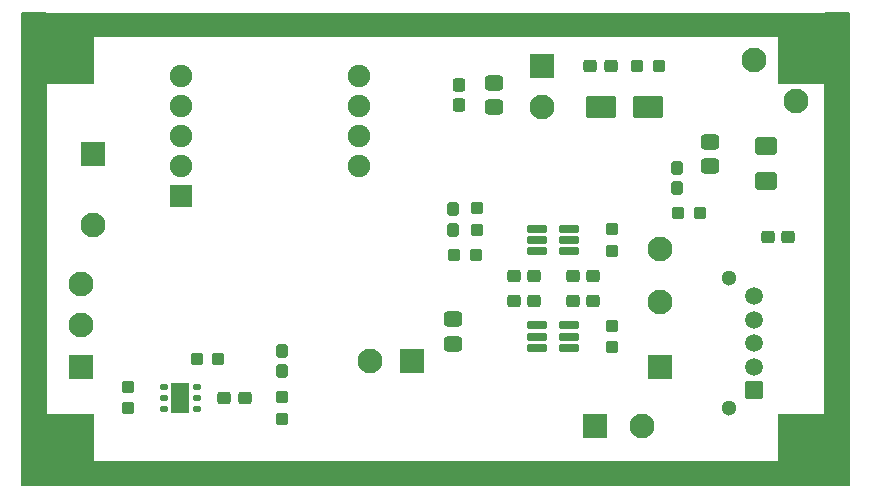
<source format=gts>
%TF.GenerationSoftware,KiCad,Pcbnew,9.0.0-rc3-13-g9b184afb43*%
%TF.CreationDate,2025-02-16T14:58:27-08:00*%
%TF.ProjectId,Carrier_Board,43617272-6965-4725-9f42-6f6172642e6b,rev?*%
%TF.SameCoordinates,Original*%
%TF.FileFunction,Soldermask,Top*%
%TF.FilePolarity,Negative*%
%FSLAX46Y46*%
G04 Gerber Fmt 4.6, Leading zero omitted, Abs format (unit mm)*
G04 Created by KiCad (PCBNEW 9.0.0-rc3-13-g9b184afb43) date 2025-02-16 14:58:27*
%MOMM*%
%LPD*%
G01*
G04 APERTURE LIST*
G04 Aperture macros list*
%AMRoundRect*
0 Rectangle with rounded corners*
0 $1 Rounding radius*
0 $2 $3 $4 $5 $6 $7 $8 $9 X,Y pos of 4 corners*
0 Add a 4 corners polygon primitive as box body*
4,1,4,$2,$3,$4,$5,$6,$7,$8,$9,$2,$3,0*
0 Add four circle primitives for the rounded corners*
1,1,$1+$1,$2,$3*
1,1,$1+$1,$4,$5*
1,1,$1+$1,$6,$7*
1,1,$1+$1,$8,$9*
0 Add four rect primitives between the rounded corners*
20,1,$1+$1,$2,$3,$4,$5,0*
20,1,$1+$1,$4,$5,$6,$7,0*
20,1,$1+$1,$6,$7,$8,$9,0*
20,1,$1+$1,$8,$9,$2,$3,0*%
G04 Aperture macros list end*
%ADD10C,0.200000*%
%ADD11C,0.100000*%
%ADD12RoundRect,0.050000X-0.900000X0.900000X-0.900000X-0.900000X0.900000X-0.900000X0.900000X0.900000X0*%
%ADD13C,1.900000*%
%ADD14C,2.100000*%
%ADD15RoundRect,0.262500X-0.325000X-0.262500X0.325000X-0.262500X0.325000X0.262500X-0.325000X0.262500X0*%
%ADD16RoundRect,0.187500X0.642500X0.187500X-0.642500X0.187500X-0.642500X-0.187500X0.642500X-0.187500X0*%
%ADD17RoundRect,0.271277X0.503723X-0.366223X0.503723X0.366223X-0.503723X0.366223X-0.503723X-0.366223X0*%
%ADD18RoundRect,0.262500X0.325000X0.262500X-0.325000X0.262500X-0.325000X-0.262500X0.325000X-0.262500X0*%
%ADD19RoundRect,0.271277X-0.503723X0.366223X-0.503723X-0.366223X0.503723X-0.366223X0.503723X0.366223X0*%
%ADD20RoundRect,0.262500X0.262500X-0.312500X0.262500X0.312500X-0.262500X0.312500X-0.262500X-0.312500X0*%
%ADD21RoundRect,0.050000X-1.000000X-1.000000X1.000000X-1.000000X1.000000X1.000000X-1.000000X1.000000X0*%
%ADD22RoundRect,0.262500X-0.275000X-0.262500X0.275000X-0.262500X0.275000X0.262500X-0.275000X0.262500X0*%
%ADD23RoundRect,0.187500X-0.642500X-0.187500X0.642500X-0.187500X0.642500X0.187500X-0.642500X0.187500X0*%
%ADD24RoundRect,0.263889X-1.036111X-0.686111X1.036111X-0.686111X1.036111X0.686111X-1.036111X0.686111X0*%
%ADD25RoundRect,0.262500X0.262500X-0.275000X0.262500X0.275000X-0.262500X0.275000X-0.262500X-0.275000X0*%
%ADD26RoundRect,0.262500X0.312500X0.262500X-0.312500X0.262500X-0.312500X-0.262500X0.312500X-0.262500X0*%
%ADD27RoundRect,0.050000X-1.000000X1.000000X-1.000000X-1.000000X1.000000X-1.000000X1.000000X1.000000X0*%
%ADD28RoundRect,0.262500X-0.262500X0.275000X-0.262500X-0.275000X0.262500X-0.275000X0.262500X0.275000X0*%
%ADD29RoundRect,0.267544X-0.657456X0.494956X-0.657456X-0.494956X0.657456X-0.494956X0.657456X0.494956X0*%
%ADD30RoundRect,0.262500X-0.262500X0.325000X-0.262500X-0.325000X0.262500X-0.325000X0.262500X0.325000X0*%
%ADD31RoundRect,0.262500X0.275000X0.262500X-0.275000X0.262500X-0.275000X-0.262500X0.275000X-0.262500X0*%
%ADD32RoundRect,0.125000X-0.225000X-0.125000X0.225000X-0.125000X0.225000X0.125000X-0.225000X0.125000X0*%
%ADD33RoundRect,0.050000X-0.750000X-1.200000X0.750000X-1.200000X0.750000X1.200000X-0.750000X1.200000X0*%
%ADD34C,1.300000*%
%ADD35RoundRect,0.050000X0.700000X-0.700000X0.700000X0.700000X-0.700000X0.700000X-0.700000X-0.700000X0*%
%ADD36C,1.500000*%
G04 APERTURE END LIST*
D10*
X185000000Y-120000000D02*
X183000000Y-120000000D01*
X183000000Y-80000000D01*
X185000000Y-80000000D01*
X185000000Y-120000000D01*
G36*
X185000000Y-120000000D02*
G01*
X183000000Y-120000000D01*
X183000000Y-80000000D01*
X185000000Y-80000000D01*
X185000000Y-120000000D01*
G37*
D11*
X179000000Y-114000000D02*
X185000000Y-114000000D01*
X185000000Y-120000000D01*
X179000000Y-120000000D01*
X179000000Y-114000000D01*
G36*
X179000000Y-114000000D02*
G01*
X185000000Y-114000000D01*
X185000000Y-120000000D01*
X179000000Y-120000000D01*
X179000000Y-114000000D01*
G37*
D10*
X117000000Y-120000000D02*
X115000000Y-120000000D01*
X115000000Y-80000000D01*
X117000000Y-80000000D01*
X117000000Y-120000000D01*
G36*
X117000000Y-120000000D02*
G01*
X115000000Y-120000000D01*
X115000000Y-80000000D01*
X117000000Y-80000000D01*
X117000000Y-120000000D01*
G37*
D11*
X179000000Y-80000000D02*
X185000000Y-80000000D01*
X185000000Y-86000000D01*
X179000000Y-86000000D01*
X179000000Y-80000000D01*
G36*
X179000000Y-80000000D02*
G01*
X185000000Y-80000000D01*
X185000000Y-86000000D01*
X179000000Y-86000000D01*
X179000000Y-80000000D01*
G37*
X115000000Y-80000000D02*
X121000000Y-80000000D01*
X121000000Y-86000000D01*
X115000000Y-86000000D01*
X115000000Y-80000000D01*
G36*
X115000000Y-80000000D02*
G01*
X121000000Y-80000000D01*
X121000000Y-86000000D01*
X115000000Y-86000000D01*
X115000000Y-80000000D01*
G37*
X115000000Y-80000000D02*
X185000000Y-80000000D01*
X185000000Y-82000000D01*
X115000000Y-82000000D01*
X115000000Y-80000000D01*
G36*
X115000000Y-80000000D02*
G01*
X185000000Y-80000000D01*
X185000000Y-82000000D01*
X115000000Y-82000000D01*
X115000000Y-80000000D01*
G37*
X115000000Y-114000000D02*
X121000000Y-114000000D01*
X121000000Y-120000000D01*
X115000000Y-120000000D01*
X115000000Y-114000000D01*
G36*
X115000000Y-114000000D02*
G01*
X121000000Y-114000000D01*
X121000000Y-120000000D01*
X115000000Y-120000000D01*
X115000000Y-114000000D01*
G37*
X115000000Y-118000000D02*
X185000000Y-118000000D01*
X185000000Y-120000000D01*
X115000000Y-120000000D01*
X115000000Y-118000000D01*
G36*
X115000000Y-118000000D02*
G01*
X185000000Y-118000000D01*
X185000000Y-120000000D01*
X115000000Y-120000000D01*
X115000000Y-118000000D01*
G37*
D12*
%TO.C,U1*%
X128500000Y-95540000D03*
D13*
X128500000Y-93000000D03*
X128500000Y-90460000D03*
X128500000Y-87920000D03*
X128500000Y-85380000D03*
X143500000Y-85380000D03*
X143500000Y-87920000D03*
X143500000Y-90460000D03*
X143500000Y-93000000D03*
%TD*%
D14*
%TO.C,TP6*%
X120000000Y-103000000D03*
%TD*%
D15*
%TO.C,C10*%
X161637500Y-102275000D03*
X163362500Y-102275000D03*
%TD*%
D16*
%TO.C,U4*%
X161350000Y-100225000D03*
X161350000Y-99275000D03*
X161350000Y-98325000D03*
X158650000Y-98325000D03*
X158650000Y-99275000D03*
X158650000Y-100225000D03*
%TD*%
D14*
%TO.C,TP4*%
X144500000Y-109500000D03*
%TD*%
D17*
%TO.C,C5*%
X173300000Y-93037500D03*
X173300000Y-90962500D03*
%TD*%
D18*
%TO.C,C8*%
X158362500Y-102275000D03*
X156637500Y-102275000D03*
%TD*%
D19*
%TO.C,C4*%
X155000000Y-85962500D03*
X155000000Y-88037500D03*
%TD*%
D20*
%TO.C,D2*%
X151500000Y-98375000D03*
X151500000Y-96625000D03*
%TD*%
D21*
%TO.C,TP2*%
X148000000Y-109500000D03*
%TD*%
D22*
%TO.C,R6*%
X170587500Y-97000000D03*
X172412500Y-97000000D03*
%TD*%
D23*
%TO.C,U3*%
X158650000Y-106500000D03*
X158650000Y-107450000D03*
X158650000Y-108400000D03*
X161350000Y-108400000D03*
X161350000Y-107450000D03*
X161350000Y-106500000D03*
%TD*%
D21*
%TO.C,TP16*%
X169000000Y-110000000D03*
%TD*%
D24*
%TO.C,D5*%
X164000000Y-88000000D03*
X168000000Y-88000000D03*
%TD*%
D17*
%TO.C,C2*%
X151500000Y-108037500D03*
X151500000Y-105962500D03*
%TD*%
D14*
%TO.C,TP11*%
X177000000Y-84000000D03*
%TD*%
D25*
%TO.C,R5*%
X124000000Y-113512500D03*
X124000000Y-111687500D03*
%TD*%
D21*
%TO.C,TP3*%
X121000000Y-92000000D03*
%TD*%
D15*
%TO.C,C6*%
X178137500Y-99000000D03*
X179862500Y-99000000D03*
%TD*%
D26*
%TO.C,D3*%
X164875000Y-84500000D03*
X163125000Y-84500000D03*
%TD*%
D20*
%TO.C,D1*%
X137000000Y-110375000D03*
X137000000Y-108625000D03*
%TD*%
D27*
%TO.C,TP9*%
X159000000Y-84500000D03*
%TD*%
D28*
%TO.C,R1*%
X137000000Y-112587500D03*
X137000000Y-114412500D03*
%TD*%
D25*
%TO.C,R8*%
X165000000Y-100162500D03*
X165000000Y-98337500D03*
%TD*%
D22*
%TO.C,R3*%
X167087500Y-84500000D03*
X168912500Y-84500000D03*
%TD*%
D14*
%TO.C,TP7*%
X120000000Y-106500000D03*
%TD*%
%TO.C,TP8*%
X159000000Y-88000000D03*
%TD*%
D28*
%TO.C,R9*%
X165000000Y-106537500D03*
X165000000Y-108362500D03*
%TD*%
D29*
%TO.C,F1*%
X178000000Y-91262500D03*
X178000000Y-94237500D03*
%TD*%
D14*
%TO.C,TP10*%
X180500000Y-87500000D03*
%TD*%
%TO.C,TP1*%
X121000000Y-98000000D03*
%TD*%
D20*
%TO.C,D4*%
X170500000Y-94875000D03*
X170500000Y-93125000D03*
%TD*%
D15*
%TO.C,C9*%
X161637500Y-104450000D03*
X163362500Y-104450000D03*
%TD*%
D14*
%TO.C,TP12*%
X167500000Y-115000000D03*
%TD*%
D28*
%TO.C,R7*%
X153500000Y-96587500D03*
X153500000Y-98412500D03*
%TD*%
D30*
%TO.C,C3*%
X152000000Y-86137500D03*
X152000000Y-87862500D03*
%TD*%
D18*
%TO.C,C7*%
X158362500Y-104450000D03*
X156637500Y-104450000D03*
%TD*%
D31*
%TO.C,R4*%
X131612500Y-109300000D03*
X129787500Y-109300000D03*
%TD*%
D21*
%TO.C,TP13*%
X163500000Y-115000000D03*
%TD*%
D32*
%TO.C,U2*%
X127000000Y-111700000D03*
X127000000Y-112650000D03*
X127000000Y-113600000D03*
X129800000Y-113600000D03*
X129800000Y-112650000D03*
X129800000Y-111700000D03*
D33*
X128400000Y-112650000D03*
%TD*%
D15*
%TO.C,C1*%
X132137500Y-112650000D03*
X133862500Y-112650000D03*
%TD*%
D34*
%TO.C,J1*%
X174900000Y-113500000D03*
X174900000Y-102500000D03*
D35*
X177000000Y-112000000D03*
D36*
X177000000Y-110000000D03*
X177000000Y-108000000D03*
X177000000Y-106000000D03*
X177000000Y-104000000D03*
%TD*%
D14*
%TO.C,TP14*%
X169000000Y-100000000D03*
%TD*%
%TO.C,TP15*%
X169000000Y-104500000D03*
%TD*%
D21*
%TO.C,TP5*%
X120000000Y-110000000D03*
%TD*%
D22*
%TO.C,R2*%
X151587500Y-100500000D03*
X153412500Y-100500000D03*
%TD*%
M02*

</source>
